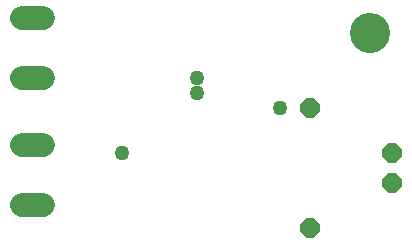
<source format=gbr>
G04 EAGLE Gerber RS-274X export*
G75*
%MOMM*%
%FSLAX34Y34*%
%LPD*%
%INSoldermask Bottom*%
%IPPOS*%
%AMOC8*
5,1,8,0,0,1.08239X$1,22.5*%
G01*
%ADD10P,1.759533X8X292.500000*%
%ADD11P,1.759533X8X112.500000*%
%ADD12C,2.006600*%
%ADD13C,3.403200*%
%ADD14C,1.261200*%


D10*
X298450Y152400D03*
X298450Y50800D03*
D11*
X368300Y88900D03*
X368300Y114300D03*
D12*
X72517Y69850D02*
X54483Y69850D01*
X54483Y120650D02*
X72517Y120650D01*
X72517Y177800D02*
X54483Y177800D01*
X54483Y228600D02*
X72517Y228600D01*
D13*
X349250Y215900D03*
D14*
X139700Y114300D03*
X273050Y152400D03*
X203202Y164939D03*
X203200Y177800D03*
M02*

</source>
